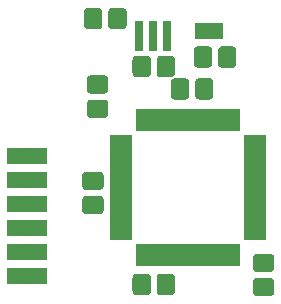
<source format=gts>
G04 #@! TF.GenerationSoftware,KiCad,Pcbnew,(5.1.4)-1*
G04 #@! TF.CreationDate,2020-07-27T08:05:22+02:00*
G04 #@! TF.ProjectId,HM-ES-PMSw1-Pl_GosundSP1,484d2d45-532d-4504-9d53-77312d506c5f,rev?*
G04 #@! TF.SameCoordinates,Original*
G04 #@! TF.FileFunction,Soldermask,Top*
G04 #@! TF.FilePolarity,Negative*
%FSLAX46Y46*%
G04 Gerber Fmt 4.6, Leading zero omitted, Abs format (unit mm)*
G04 Created by KiCad (PCBNEW (5.1.4)-1) date 2020-07-27 08:05:22*
%MOMM*%
%LPD*%
G04 APERTURE LIST*
%ADD10R,3.400000X1.416000*%
%ADD11C,0.100000*%
%ADD12C,1.550000*%
%ADD13R,0.950000X1.900000*%
%ADD14R,1.900000X0.950000*%
%ADD15R,0.800000X2.500000*%
%ADD16R,2.400000X1.400000*%
G04 APERTURE END LIST*
D10*
X97900080Y-105628080D03*
X97900080Y-107660080D03*
X97900080Y-103596080D03*
X97900080Y-101564080D03*
X97900080Y-99532080D03*
X97900080Y-97500080D03*
D11*
G36*
X104096151Y-100851703D02*
G01*
X104128861Y-100856555D01*
X104160937Y-100864589D01*
X104192071Y-100875729D01*
X104221964Y-100889867D01*
X104250327Y-100906867D01*
X104276887Y-100926565D01*
X104301388Y-100948772D01*
X104323595Y-100973273D01*
X104343293Y-100999833D01*
X104360293Y-101028196D01*
X104374431Y-101058089D01*
X104385571Y-101089223D01*
X104393605Y-101121299D01*
X104398457Y-101154009D01*
X104400080Y-101187036D01*
X104400080Y-102063124D01*
X104398457Y-102096151D01*
X104393605Y-102128861D01*
X104385571Y-102160937D01*
X104374431Y-102192071D01*
X104360293Y-102221964D01*
X104343293Y-102250327D01*
X104323595Y-102276887D01*
X104301388Y-102301388D01*
X104276887Y-102323595D01*
X104250327Y-102343293D01*
X104221964Y-102360293D01*
X104192071Y-102374431D01*
X104160937Y-102385571D01*
X104128861Y-102393605D01*
X104096151Y-102398457D01*
X104063124Y-102400080D01*
X102937036Y-102400080D01*
X102904009Y-102398457D01*
X102871299Y-102393605D01*
X102839223Y-102385571D01*
X102808089Y-102374431D01*
X102778196Y-102360293D01*
X102749833Y-102343293D01*
X102723273Y-102323595D01*
X102698772Y-102301388D01*
X102676565Y-102276887D01*
X102656867Y-102250327D01*
X102639867Y-102221964D01*
X102625729Y-102192071D01*
X102614589Y-102160937D01*
X102606555Y-102128861D01*
X102601703Y-102096151D01*
X102600080Y-102063124D01*
X102600080Y-101187036D01*
X102601703Y-101154009D01*
X102606555Y-101121299D01*
X102614589Y-101089223D01*
X102625729Y-101058089D01*
X102639867Y-101028196D01*
X102656867Y-100999833D01*
X102676565Y-100973273D01*
X102698772Y-100948772D01*
X102723273Y-100926565D01*
X102749833Y-100906867D01*
X102778196Y-100889867D01*
X102808089Y-100875729D01*
X102839223Y-100864589D01*
X102871299Y-100856555D01*
X102904009Y-100851703D01*
X102937036Y-100850080D01*
X104063124Y-100850080D01*
X104096151Y-100851703D01*
X104096151Y-100851703D01*
G37*
D12*
X103500080Y-101625080D03*
D11*
G36*
X104096151Y-98801703D02*
G01*
X104128861Y-98806555D01*
X104160937Y-98814589D01*
X104192071Y-98825729D01*
X104221964Y-98839867D01*
X104250327Y-98856867D01*
X104276887Y-98876565D01*
X104301388Y-98898772D01*
X104323595Y-98923273D01*
X104343293Y-98949833D01*
X104360293Y-98978196D01*
X104374431Y-99008089D01*
X104385571Y-99039223D01*
X104393605Y-99071299D01*
X104398457Y-99104009D01*
X104400080Y-99137036D01*
X104400080Y-100013124D01*
X104398457Y-100046151D01*
X104393605Y-100078861D01*
X104385571Y-100110937D01*
X104374431Y-100142071D01*
X104360293Y-100171964D01*
X104343293Y-100200327D01*
X104323595Y-100226887D01*
X104301388Y-100251388D01*
X104276887Y-100273595D01*
X104250327Y-100293293D01*
X104221964Y-100310293D01*
X104192071Y-100324431D01*
X104160937Y-100335571D01*
X104128861Y-100343605D01*
X104096151Y-100348457D01*
X104063124Y-100350080D01*
X102937036Y-100350080D01*
X102904009Y-100348457D01*
X102871299Y-100343605D01*
X102839223Y-100335571D01*
X102808089Y-100324431D01*
X102778196Y-100310293D01*
X102749833Y-100293293D01*
X102723273Y-100273595D01*
X102698772Y-100251388D01*
X102676565Y-100226887D01*
X102656867Y-100200327D01*
X102639867Y-100171964D01*
X102625729Y-100142071D01*
X102614589Y-100110937D01*
X102606555Y-100078861D01*
X102601703Y-100046151D01*
X102600080Y-100013124D01*
X102600080Y-99137036D01*
X102601703Y-99104009D01*
X102606555Y-99071299D01*
X102614589Y-99039223D01*
X102625729Y-99008089D01*
X102639867Y-98978196D01*
X102656867Y-98949833D01*
X102676565Y-98923273D01*
X102698772Y-98898772D01*
X102723273Y-98876565D01*
X102749833Y-98856867D01*
X102778196Y-98839867D01*
X102808089Y-98825729D01*
X102839223Y-98814589D01*
X102871299Y-98806555D01*
X102904009Y-98801703D01*
X102937036Y-98800080D01*
X104063124Y-98800080D01*
X104096151Y-98801703D01*
X104096151Y-98801703D01*
G37*
D12*
X103500080Y-99575080D03*
D11*
G36*
X111346151Y-90901703D02*
G01*
X111378861Y-90906555D01*
X111410937Y-90914589D01*
X111442071Y-90925729D01*
X111471964Y-90939867D01*
X111500327Y-90956867D01*
X111526887Y-90976565D01*
X111551388Y-90998772D01*
X111573595Y-91023273D01*
X111593293Y-91049833D01*
X111610293Y-91078196D01*
X111624431Y-91108089D01*
X111635571Y-91139223D01*
X111643605Y-91171299D01*
X111648457Y-91204009D01*
X111650080Y-91237036D01*
X111650080Y-92363124D01*
X111648457Y-92396151D01*
X111643605Y-92428861D01*
X111635571Y-92460937D01*
X111624431Y-92492071D01*
X111610293Y-92521964D01*
X111593293Y-92550327D01*
X111573595Y-92576887D01*
X111551388Y-92601388D01*
X111526887Y-92623595D01*
X111500327Y-92643293D01*
X111471964Y-92660293D01*
X111442071Y-92674431D01*
X111410937Y-92685571D01*
X111378861Y-92693605D01*
X111346151Y-92698457D01*
X111313124Y-92700080D01*
X110437036Y-92700080D01*
X110404009Y-92698457D01*
X110371299Y-92693605D01*
X110339223Y-92685571D01*
X110308089Y-92674431D01*
X110278196Y-92660293D01*
X110249833Y-92643293D01*
X110223273Y-92623595D01*
X110198772Y-92601388D01*
X110176565Y-92576887D01*
X110156867Y-92550327D01*
X110139867Y-92521964D01*
X110125729Y-92492071D01*
X110114589Y-92460937D01*
X110106555Y-92428861D01*
X110101703Y-92396151D01*
X110100080Y-92363124D01*
X110100080Y-91237036D01*
X110101703Y-91204009D01*
X110106555Y-91171299D01*
X110114589Y-91139223D01*
X110125729Y-91108089D01*
X110139867Y-91078196D01*
X110156867Y-91049833D01*
X110176565Y-91023273D01*
X110198772Y-90998772D01*
X110223273Y-90976565D01*
X110249833Y-90956867D01*
X110278196Y-90939867D01*
X110308089Y-90925729D01*
X110339223Y-90914589D01*
X110371299Y-90906555D01*
X110404009Y-90901703D01*
X110437036Y-90900080D01*
X111313124Y-90900080D01*
X111346151Y-90901703D01*
X111346151Y-90901703D01*
G37*
D12*
X110875080Y-91800080D03*
D11*
G36*
X113396151Y-90901703D02*
G01*
X113428861Y-90906555D01*
X113460937Y-90914589D01*
X113492071Y-90925729D01*
X113521964Y-90939867D01*
X113550327Y-90956867D01*
X113576887Y-90976565D01*
X113601388Y-90998772D01*
X113623595Y-91023273D01*
X113643293Y-91049833D01*
X113660293Y-91078196D01*
X113674431Y-91108089D01*
X113685571Y-91139223D01*
X113693605Y-91171299D01*
X113698457Y-91204009D01*
X113700080Y-91237036D01*
X113700080Y-92363124D01*
X113698457Y-92396151D01*
X113693605Y-92428861D01*
X113685571Y-92460937D01*
X113674431Y-92492071D01*
X113660293Y-92521964D01*
X113643293Y-92550327D01*
X113623595Y-92576887D01*
X113601388Y-92601388D01*
X113576887Y-92623595D01*
X113550327Y-92643293D01*
X113521964Y-92660293D01*
X113492071Y-92674431D01*
X113460937Y-92685571D01*
X113428861Y-92693605D01*
X113396151Y-92698457D01*
X113363124Y-92700080D01*
X112487036Y-92700080D01*
X112454009Y-92698457D01*
X112421299Y-92693605D01*
X112389223Y-92685571D01*
X112358089Y-92674431D01*
X112328196Y-92660293D01*
X112299833Y-92643293D01*
X112273273Y-92623595D01*
X112248772Y-92601388D01*
X112226565Y-92576887D01*
X112206867Y-92550327D01*
X112189867Y-92521964D01*
X112175729Y-92492071D01*
X112164589Y-92460937D01*
X112156555Y-92428861D01*
X112151703Y-92396151D01*
X112150080Y-92363124D01*
X112150080Y-91237036D01*
X112151703Y-91204009D01*
X112156555Y-91171299D01*
X112164589Y-91139223D01*
X112175729Y-91108089D01*
X112189867Y-91078196D01*
X112206867Y-91049833D01*
X112226565Y-91023273D01*
X112248772Y-90998772D01*
X112273273Y-90976565D01*
X112299833Y-90956867D01*
X112328196Y-90939867D01*
X112358089Y-90925729D01*
X112389223Y-90914589D01*
X112421299Y-90906555D01*
X112454009Y-90901703D01*
X112487036Y-90900080D01*
X113363124Y-90900080D01*
X113396151Y-90901703D01*
X113396151Y-90901703D01*
G37*
D12*
X112925080Y-91800080D03*
D11*
G36*
X108096151Y-89001703D02*
G01*
X108128861Y-89006555D01*
X108160937Y-89014589D01*
X108192071Y-89025729D01*
X108221964Y-89039867D01*
X108250327Y-89056867D01*
X108276887Y-89076565D01*
X108301388Y-89098772D01*
X108323595Y-89123273D01*
X108343293Y-89149833D01*
X108360293Y-89178196D01*
X108374431Y-89208089D01*
X108385571Y-89239223D01*
X108393605Y-89271299D01*
X108398457Y-89304009D01*
X108400080Y-89337036D01*
X108400080Y-90463124D01*
X108398457Y-90496151D01*
X108393605Y-90528861D01*
X108385571Y-90560937D01*
X108374431Y-90592071D01*
X108360293Y-90621964D01*
X108343293Y-90650327D01*
X108323595Y-90676887D01*
X108301388Y-90701388D01*
X108276887Y-90723595D01*
X108250327Y-90743293D01*
X108221964Y-90760293D01*
X108192071Y-90774431D01*
X108160937Y-90785571D01*
X108128861Y-90793605D01*
X108096151Y-90798457D01*
X108063124Y-90800080D01*
X107187036Y-90800080D01*
X107154009Y-90798457D01*
X107121299Y-90793605D01*
X107089223Y-90785571D01*
X107058089Y-90774431D01*
X107028196Y-90760293D01*
X106999833Y-90743293D01*
X106973273Y-90723595D01*
X106948772Y-90701388D01*
X106926565Y-90676887D01*
X106906867Y-90650327D01*
X106889867Y-90621964D01*
X106875729Y-90592071D01*
X106864589Y-90560937D01*
X106856555Y-90528861D01*
X106851703Y-90496151D01*
X106850080Y-90463124D01*
X106850080Y-89337036D01*
X106851703Y-89304009D01*
X106856555Y-89271299D01*
X106864589Y-89239223D01*
X106875729Y-89208089D01*
X106889867Y-89178196D01*
X106906867Y-89149833D01*
X106926565Y-89123273D01*
X106948772Y-89098772D01*
X106973273Y-89076565D01*
X106999833Y-89056867D01*
X107028196Y-89039867D01*
X107058089Y-89025729D01*
X107089223Y-89014589D01*
X107121299Y-89006555D01*
X107154009Y-89001703D01*
X107187036Y-89000080D01*
X108063124Y-89000080D01*
X108096151Y-89001703D01*
X108096151Y-89001703D01*
G37*
D12*
X107625080Y-89900080D03*
D11*
G36*
X110146151Y-89001703D02*
G01*
X110178861Y-89006555D01*
X110210937Y-89014589D01*
X110242071Y-89025729D01*
X110271964Y-89039867D01*
X110300327Y-89056867D01*
X110326887Y-89076565D01*
X110351388Y-89098772D01*
X110373595Y-89123273D01*
X110393293Y-89149833D01*
X110410293Y-89178196D01*
X110424431Y-89208089D01*
X110435571Y-89239223D01*
X110443605Y-89271299D01*
X110448457Y-89304009D01*
X110450080Y-89337036D01*
X110450080Y-90463124D01*
X110448457Y-90496151D01*
X110443605Y-90528861D01*
X110435571Y-90560937D01*
X110424431Y-90592071D01*
X110410293Y-90621964D01*
X110393293Y-90650327D01*
X110373595Y-90676887D01*
X110351388Y-90701388D01*
X110326887Y-90723595D01*
X110300327Y-90743293D01*
X110271964Y-90760293D01*
X110242071Y-90774431D01*
X110210937Y-90785571D01*
X110178861Y-90793605D01*
X110146151Y-90798457D01*
X110113124Y-90800080D01*
X109237036Y-90800080D01*
X109204009Y-90798457D01*
X109171299Y-90793605D01*
X109139223Y-90785571D01*
X109108089Y-90774431D01*
X109078196Y-90760293D01*
X109049833Y-90743293D01*
X109023273Y-90723595D01*
X108998772Y-90701388D01*
X108976565Y-90676887D01*
X108956867Y-90650327D01*
X108939867Y-90621964D01*
X108925729Y-90592071D01*
X108914589Y-90560937D01*
X108906555Y-90528861D01*
X108901703Y-90496151D01*
X108900080Y-90463124D01*
X108900080Y-89337036D01*
X108901703Y-89304009D01*
X108906555Y-89271299D01*
X108914589Y-89239223D01*
X108925729Y-89208089D01*
X108939867Y-89178196D01*
X108956867Y-89149833D01*
X108976565Y-89123273D01*
X108998772Y-89098772D01*
X109023273Y-89076565D01*
X109049833Y-89056867D01*
X109078196Y-89039867D01*
X109108089Y-89025729D01*
X109139223Y-89014589D01*
X109171299Y-89006555D01*
X109204009Y-89001703D01*
X109237036Y-89000080D01*
X110113124Y-89000080D01*
X110146151Y-89001703D01*
X110146151Y-89001703D01*
G37*
D12*
X109675080Y-89900080D03*
D11*
G36*
X115346151Y-88201703D02*
G01*
X115378861Y-88206555D01*
X115410937Y-88214589D01*
X115442071Y-88225729D01*
X115471964Y-88239867D01*
X115500327Y-88256867D01*
X115526887Y-88276565D01*
X115551388Y-88298772D01*
X115573595Y-88323273D01*
X115593293Y-88349833D01*
X115610293Y-88378196D01*
X115624431Y-88408089D01*
X115635571Y-88439223D01*
X115643605Y-88471299D01*
X115648457Y-88504009D01*
X115650080Y-88537036D01*
X115650080Y-89663124D01*
X115648457Y-89696151D01*
X115643605Y-89728861D01*
X115635571Y-89760937D01*
X115624431Y-89792071D01*
X115610293Y-89821964D01*
X115593293Y-89850327D01*
X115573595Y-89876887D01*
X115551388Y-89901388D01*
X115526887Y-89923595D01*
X115500327Y-89943293D01*
X115471964Y-89960293D01*
X115442071Y-89974431D01*
X115410937Y-89985571D01*
X115378861Y-89993605D01*
X115346151Y-89998457D01*
X115313124Y-90000080D01*
X114437036Y-90000080D01*
X114404009Y-89998457D01*
X114371299Y-89993605D01*
X114339223Y-89985571D01*
X114308089Y-89974431D01*
X114278196Y-89960293D01*
X114249833Y-89943293D01*
X114223273Y-89923595D01*
X114198772Y-89901388D01*
X114176565Y-89876887D01*
X114156867Y-89850327D01*
X114139867Y-89821964D01*
X114125729Y-89792071D01*
X114114589Y-89760937D01*
X114106555Y-89728861D01*
X114101703Y-89696151D01*
X114100080Y-89663124D01*
X114100080Y-88537036D01*
X114101703Y-88504009D01*
X114106555Y-88471299D01*
X114114589Y-88439223D01*
X114125729Y-88408089D01*
X114139867Y-88378196D01*
X114156867Y-88349833D01*
X114176565Y-88323273D01*
X114198772Y-88298772D01*
X114223273Y-88276565D01*
X114249833Y-88256867D01*
X114278196Y-88239867D01*
X114308089Y-88225729D01*
X114339223Y-88214589D01*
X114371299Y-88206555D01*
X114404009Y-88201703D01*
X114437036Y-88200080D01*
X115313124Y-88200080D01*
X115346151Y-88201703D01*
X115346151Y-88201703D01*
G37*
D12*
X114875080Y-89100080D03*
D11*
G36*
X113296151Y-88201703D02*
G01*
X113328861Y-88206555D01*
X113360937Y-88214589D01*
X113392071Y-88225729D01*
X113421964Y-88239867D01*
X113450327Y-88256867D01*
X113476887Y-88276565D01*
X113501388Y-88298772D01*
X113523595Y-88323273D01*
X113543293Y-88349833D01*
X113560293Y-88378196D01*
X113574431Y-88408089D01*
X113585571Y-88439223D01*
X113593605Y-88471299D01*
X113598457Y-88504009D01*
X113600080Y-88537036D01*
X113600080Y-89663124D01*
X113598457Y-89696151D01*
X113593605Y-89728861D01*
X113585571Y-89760937D01*
X113574431Y-89792071D01*
X113560293Y-89821964D01*
X113543293Y-89850327D01*
X113523595Y-89876887D01*
X113501388Y-89901388D01*
X113476887Y-89923595D01*
X113450327Y-89943293D01*
X113421964Y-89960293D01*
X113392071Y-89974431D01*
X113360937Y-89985571D01*
X113328861Y-89993605D01*
X113296151Y-89998457D01*
X113263124Y-90000080D01*
X112387036Y-90000080D01*
X112354009Y-89998457D01*
X112321299Y-89993605D01*
X112289223Y-89985571D01*
X112258089Y-89974431D01*
X112228196Y-89960293D01*
X112199833Y-89943293D01*
X112173273Y-89923595D01*
X112148772Y-89901388D01*
X112126565Y-89876887D01*
X112106867Y-89850327D01*
X112089867Y-89821964D01*
X112075729Y-89792071D01*
X112064589Y-89760937D01*
X112056555Y-89728861D01*
X112051703Y-89696151D01*
X112050080Y-89663124D01*
X112050080Y-88537036D01*
X112051703Y-88504009D01*
X112056555Y-88471299D01*
X112064589Y-88439223D01*
X112075729Y-88408089D01*
X112089867Y-88378196D01*
X112106867Y-88349833D01*
X112126565Y-88323273D01*
X112148772Y-88298772D01*
X112173273Y-88276565D01*
X112199833Y-88256867D01*
X112228196Y-88239867D01*
X112258089Y-88225729D01*
X112289223Y-88214589D01*
X112321299Y-88206555D01*
X112354009Y-88201703D01*
X112387036Y-88200080D01*
X113263124Y-88200080D01*
X113296151Y-88201703D01*
X113296151Y-88201703D01*
G37*
D12*
X112825080Y-89100080D03*
D11*
G36*
X106046151Y-84951703D02*
G01*
X106078861Y-84956555D01*
X106110937Y-84964589D01*
X106142071Y-84975729D01*
X106171964Y-84989867D01*
X106200327Y-85006867D01*
X106226887Y-85026565D01*
X106251388Y-85048772D01*
X106273595Y-85073273D01*
X106293293Y-85099833D01*
X106310293Y-85128196D01*
X106324431Y-85158089D01*
X106335571Y-85189223D01*
X106343605Y-85221299D01*
X106348457Y-85254009D01*
X106350080Y-85287036D01*
X106350080Y-86413124D01*
X106348457Y-86446151D01*
X106343605Y-86478861D01*
X106335571Y-86510937D01*
X106324431Y-86542071D01*
X106310293Y-86571964D01*
X106293293Y-86600327D01*
X106273595Y-86626887D01*
X106251388Y-86651388D01*
X106226887Y-86673595D01*
X106200327Y-86693293D01*
X106171964Y-86710293D01*
X106142071Y-86724431D01*
X106110937Y-86735571D01*
X106078861Y-86743605D01*
X106046151Y-86748457D01*
X106013124Y-86750080D01*
X105137036Y-86750080D01*
X105104009Y-86748457D01*
X105071299Y-86743605D01*
X105039223Y-86735571D01*
X105008089Y-86724431D01*
X104978196Y-86710293D01*
X104949833Y-86693293D01*
X104923273Y-86673595D01*
X104898772Y-86651388D01*
X104876565Y-86626887D01*
X104856867Y-86600327D01*
X104839867Y-86571964D01*
X104825729Y-86542071D01*
X104814589Y-86510937D01*
X104806555Y-86478861D01*
X104801703Y-86446151D01*
X104800080Y-86413124D01*
X104800080Y-85287036D01*
X104801703Y-85254009D01*
X104806555Y-85221299D01*
X104814589Y-85189223D01*
X104825729Y-85158089D01*
X104839867Y-85128196D01*
X104856867Y-85099833D01*
X104876565Y-85073273D01*
X104898772Y-85048772D01*
X104923273Y-85026565D01*
X104949833Y-85006867D01*
X104978196Y-84989867D01*
X105008089Y-84975729D01*
X105039223Y-84964589D01*
X105071299Y-84956555D01*
X105104009Y-84951703D01*
X105137036Y-84950080D01*
X106013124Y-84950080D01*
X106046151Y-84951703D01*
X106046151Y-84951703D01*
G37*
D12*
X105575080Y-85850080D03*
D11*
G36*
X103996151Y-84951703D02*
G01*
X104028861Y-84956555D01*
X104060937Y-84964589D01*
X104092071Y-84975729D01*
X104121964Y-84989867D01*
X104150327Y-85006867D01*
X104176887Y-85026565D01*
X104201388Y-85048772D01*
X104223595Y-85073273D01*
X104243293Y-85099833D01*
X104260293Y-85128196D01*
X104274431Y-85158089D01*
X104285571Y-85189223D01*
X104293605Y-85221299D01*
X104298457Y-85254009D01*
X104300080Y-85287036D01*
X104300080Y-86413124D01*
X104298457Y-86446151D01*
X104293605Y-86478861D01*
X104285571Y-86510937D01*
X104274431Y-86542071D01*
X104260293Y-86571964D01*
X104243293Y-86600327D01*
X104223595Y-86626887D01*
X104201388Y-86651388D01*
X104176887Y-86673595D01*
X104150327Y-86693293D01*
X104121964Y-86710293D01*
X104092071Y-86724431D01*
X104060937Y-86735571D01*
X104028861Y-86743605D01*
X103996151Y-86748457D01*
X103963124Y-86750080D01*
X103087036Y-86750080D01*
X103054009Y-86748457D01*
X103021299Y-86743605D01*
X102989223Y-86735571D01*
X102958089Y-86724431D01*
X102928196Y-86710293D01*
X102899833Y-86693293D01*
X102873273Y-86673595D01*
X102848772Y-86651388D01*
X102826565Y-86626887D01*
X102806867Y-86600327D01*
X102789867Y-86571964D01*
X102775729Y-86542071D01*
X102764589Y-86510937D01*
X102756555Y-86478861D01*
X102751703Y-86446151D01*
X102750080Y-86413124D01*
X102750080Y-85287036D01*
X102751703Y-85254009D01*
X102756555Y-85221299D01*
X102764589Y-85189223D01*
X102775729Y-85158089D01*
X102789867Y-85128196D01*
X102806867Y-85099833D01*
X102826565Y-85073273D01*
X102848772Y-85048772D01*
X102873273Y-85026565D01*
X102899833Y-85006867D01*
X102928196Y-84989867D01*
X102958089Y-84975729D01*
X102989223Y-84964589D01*
X103021299Y-84956555D01*
X103054009Y-84951703D01*
X103087036Y-84950080D01*
X103963124Y-84950080D01*
X103996151Y-84951703D01*
X103996151Y-84951703D01*
G37*
D12*
X103525080Y-85850080D03*
D11*
G36*
X118546151Y-107801703D02*
G01*
X118578861Y-107806555D01*
X118610937Y-107814589D01*
X118642071Y-107825729D01*
X118671964Y-107839867D01*
X118700327Y-107856867D01*
X118726887Y-107876565D01*
X118751388Y-107898772D01*
X118773595Y-107923273D01*
X118793293Y-107949833D01*
X118810293Y-107978196D01*
X118824431Y-108008089D01*
X118835571Y-108039223D01*
X118843605Y-108071299D01*
X118848457Y-108104009D01*
X118850080Y-108137036D01*
X118850080Y-109013124D01*
X118848457Y-109046151D01*
X118843605Y-109078861D01*
X118835571Y-109110937D01*
X118824431Y-109142071D01*
X118810293Y-109171964D01*
X118793293Y-109200327D01*
X118773595Y-109226887D01*
X118751388Y-109251388D01*
X118726887Y-109273595D01*
X118700327Y-109293293D01*
X118671964Y-109310293D01*
X118642071Y-109324431D01*
X118610937Y-109335571D01*
X118578861Y-109343605D01*
X118546151Y-109348457D01*
X118513124Y-109350080D01*
X117387036Y-109350080D01*
X117354009Y-109348457D01*
X117321299Y-109343605D01*
X117289223Y-109335571D01*
X117258089Y-109324431D01*
X117228196Y-109310293D01*
X117199833Y-109293293D01*
X117173273Y-109273595D01*
X117148772Y-109251388D01*
X117126565Y-109226887D01*
X117106867Y-109200327D01*
X117089867Y-109171964D01*
X117075729Y-109142071D01*
X117064589Y-109110937D01*
X117056555Y-109078861D01*
X117051703Y-109046151D01*
X117050080Y-109013124D01*
X117050080Y-108137036D01*
X117051703Y-108104009D01*
X117056555Y-108071299D01*
X117064589Y-108039223D01*
X117075729Y-108008089D01*
X117089867Y-107978196D01*
X117106867Y-107949833D01*
X117126565Y-107923273D01*
X117148772Y-107898772D01*
X117173273Y-107876565D01*
X117199833Y-107856867D01*
X117228196Y-107839867D01*
X117258089Y-107825729D01*
X117289223Y-107814589D01*
X117321299Y-107806555D01*
X117354009Y-107801703D01*
X117387036Y-107800080D01*
X118513124Y-107800080D01*
X118546151Y-107801703D01*
X118546151Y-107801703D01*
G37*
D12*
X117950080Y-108575080D03*
D11*
G36*
X118546151Y-105751703D02*
G01*
X118578861Y-105756555D01*
X118610937Y-105764589D01*
X118642071Y-105775729D01*
X118671964Y-105789867D01*
X118700327Y-105806867D01*
X118726887Y-105826565D01*
X118751388Y-105848772D01*
X118773595Y-105873273D01*
X118793293Y-105899833D01*
X118810293Y-105928196D01*
X118824431Y-105958089D01*
X118835571Y-105989223D01*
X118843605Y-106021299D01*
X118848457Y-106054009D01*
X118850080Y-106087036D01*
X118850080Y-106963124D01*
X118848457Y-106996151D01*
X118843605Y-107028861D01*
X118835571Y-107060937D01*
X118824431Y-107092071D01*
X118810293Y-107121964D01*
X118793293Y-107150327D01*
X118773595Y-107176887D01*
X118751388Y-107201388D01*
X118726887Y-107223595D01*
X118700327Y-107243293D01*
X118671964Y-107260293D01*
X118642071Y-107274431D01*
X118610937Y-107285571D01*
X118578861Y-107293605D01*
X118546151Y-107298457D01*
X118513124Y-107300080D01*
X117387036Y-107300080D01*
X117354009Y-107298457D01*
X117321299Y-107293605D01*
X117289223Y-107285571D01*
X117258089Y-107274431D01*
X117228196Y-107260293D01*
X117199833Y-107243293D01*
X117173273Y-107223595D01*
X117148772Y-107201388D01*
X117126565Y-107176887D01*
X117106867Y-107150327D01*
X117089867Y-107121964D01*
X117075729Y-107092071D01*
X117064589Y-107060937D01*
X117056555Y-107028861D01*
X117051703Y-106996151D01*
X117050080Y-106963124D01*
X117050080Y-106087036D01*
X117051703Y-106054009D01*
X117056555Y-106021299D01*
X117064589Y-105989223D01*
X117075729Y-105958089D01*
X117089867Y-105928196D01*
X117106867Y-105899833D01*
X117126565Y-105873273D01*
X117148772Y-105848772D01*
X117173273Y-105826565D01*
X117199833Y-105806867D01*
X117228196Y-105789867D01*
X117258089Y-105775729D01*
X117289223Y-105764589D01*
X117321299Y-105756555D01*
X117354009Y-105751703D01*
X117387036Y-105750080D01*
X118513124Y-105750080D01*
X118546151Y-105751703D01*
X118546151Y-105751703D01*
G37*
D12*
X117950080Y-106525080D03*
D11*
G36*
X110146151Y-107451703D02*
G01*
X110178861Y-107456555D01*
X110210937Y-107464589D01*
X110242071Y-107475729D01*
X110271964Y-107489867D01*
X110300327Y-107506867D01*
X110326887Y-107526565D01*
X110351388Y-107548772D01*
X110373595Y-107573273D01*
X110393293Y-107599833D01*
X110410293Y-107628196D01*
X110424431Y-107658089D01*
X110435571Y-107689223D01*
X110443605Y-107721299D01*
X110448457Y-107754009D01*
X110450080Y-107787036D01*
X110450080Y-108913124D01*
X110448457Y-108946151D01*
X110443605Y-108978861D01*
X110435571Y-109010937D01*
X110424431Y-109042071D01*
X110410293Y-109071964D01*
X110393293Y-109100327D01*
X110373595Y-109126887D01*
X110351388Y-109151388D01*
X110326887Y-109173595D01*
X110300327Y-109193293D01*
X110271964Y-109210293D01*
X110242071Y-109224431D01*
X110210937Y-109235571D01*
X110178861Y-109243605D01*
X110146151Y-109248457D01*
X110113124Y-109250080D01*
X109237036Y-109250080D01*
X109204009Y-109248457D01*
X109171299Y-109243605D01*
X109139223Y-109235571D01*
X109108089Y-109224431D01*
X109078196Y-109210293D01*
X109049833Y-109193293D01*
X109023273Y-109173595D01*
X108998772Y-109151388D01*
X108976565Y-109126887D01*
X108956867Y-109100327D01*
X108939867Y-109071964D01*
X108925729Y-109042071D01*
X108914589Y-109010937D01*
X108906555Y-108978861D01*
X108901703Y-108946151D01*
X108900080Y-108913124D01*
X108900080Y-107787036D01*
X108901703Y-107754009D01*
X108906555Y-107721299D01*
X108914589Y-107689223D01*
X108925729Y-107658089D01*
X108939867Y-107628196D01*
X108956867Y-107599833D01*
X108976565Y-107573273D01*
X108998772Y-107548772D01*
X109023273Y-107526565D01*
X109049833Y-107506867D01*
X109078196Y-107489867D01*
X109108089Y-107475729D01*
X109139223Y-107464589D01*
X109171299Y-107456555D01*
X109204009Y-107451703D01*
X109237036Y-107450080D01*
X110113124Y-107450080D01*
X110146151Y-107451703D01*
X110146151Y-107451703D01*
G37*
D12*
X109675080Y-108350080D03*
D11*
G36*
X108096151Y-107451703D02*
G01*
X108128861Y-107456555D01*
X108160937Y-107464589D01*
X108192071Y-107475729D01*
X108221964Y-107489867D01*
X108250327Y-107506867D01*
X108276887Y-107526565D01*
X108301388Y-107548772D01*
X108323595Y-107573273D01*
X108343293Y-107599833D01*
X108360293Y-107628196D01*
X108374431Y-107658089D01*
X108385571Y-107689223D01*
X108393605Y-107721299D01*
X108398457Y-107754009D01*
X108400080Y-107787036D01*
X108400080Y-108913124D01*
X108398457Y-108946151D01*
X108393605Y-108978861D01*
X108385571Y-109010937D01*
X108374431Y-109042071D01*
X108360293Y-109071964D01*
X108343293Y-109100327D01*
X108323595Y-109126887D01*
X108301388Y-109151388D01*
X108276887Y-109173595D01*
X108250327Y-109193293D01*
X108221964Y-109210293D01*
X108192071Y-109224431D01*
X108160937Y-109235571D01*
X108128861Y-109243605D01*
X108096151Y-109248457D01*
X108063124Y-109250080D01*
X107187036Y-109250080D01*
X107154009Y-109248457D01*
X107121299Y-109243605D01*
X107089223Y-109235571D01*
X107058089Y-109224431D01*
X107028196Y-109210293D01*
X106999833Y-109193293D01*
X106973273Y-109173595D01*
X106948772Y-109151388D01*
X106926565Y-109126887D01*
X106906867Y-109100327D01*
X106889867Y-109071964D01*
X106875729Y-109042071D01*
X106864589Y-109010937D01*
X106856555Y-108978861D01*
X106851703Y-108946151D01*
X106850080Y-108913124D01*
X106850080Y-107787036D01*
X106851703Y-107754009D01*
X106856555Y-107721299D01*
X106864589Y-107689223D01*
X106875729Y-107658089D01*
X106889867Y-107628196D01*
X106906867Y-107599833D01*
X106926565Y-107573273D01*
X106948772Y-107548772D01*
X106973273Y-107526565D01*
X106999833Y-107506867D01*
X107028196Y-107489867D01*
X107058089Y-107475729D01*
X107089223Y-107464589D01*
X107121299Y-107456555D01*
X107154009Y-107451703D01*
X107187036Y-107450080D01*
X108063124Y-107450080D01*
X108096151Y-107451703D01*
X108096151Y-107451703D01*
G37*
D12*
X107625080Y-108350080D03*
D11*
G36*
X104496151Y-90651703D02*
G01*
X104528861Y-90656555D01*
X104560937Y-90664589D01*
X104592071Y-90675729D01*
X104621964Y-90689867D01*
X104650327Y-90706867D01*
X104676887Y-90726565D01*
X104701388Y-90748772D01*
X104723595Y-90773273D01*
X104743293Y-90799833D01*
X104760293Y-90828196D01*
X104774431Y-90858089D01*
X104785571Y-90889223D01*
X104793605Y-90921299D01*
X104798457Y-90954009D01*
X104800080Y-90987036D01*
X104800080Y-91863124D01*
X104798457Y-91896151D01*
X104793605Y-91928861D01*
X104785571Y-91960937D01*
X104774431Y-91992071D01*
X104760293Y-92021964D01*
X104743293Y-92050327D01*
X104723595Y-92076887D01*
X104701388Y-92101388D01*
X104676887Y-92123595D01*
X104650327Y-92143293D01*
X104621964Y-92160293D01*
X104592071Y-92174431D01*
X104560937Y-92185571D01*
X104528861Y-92193605D01*
X104496151Y-92198457D01*
X104463124Y-92200080D01*
X103337036Y-92200080D01*
X103304009Y-92198457D01*
X103271299Y-92193605D01*
X103239223Y-92185571D01*
X103208089Y-92174431D01*
X103178196Y-92160293D01*
X103149833Y-92143293D01*
X103123273Y-92123595D01*
X103098772Y-92101388D01*
X103076565Y-92076887D01*
X103056867Y-92050327D01*
X103039867Y-92021964D01*
X103025729Y-91992071D01*
X103014589Y-91960937D01*
X103006555Y-91928861D01*
X103001703Y-91896151D01*
X103000080Y-91863124D01*
X103000080Y-90987036D01*
X103001703Y-90954009D01*
X103006555Y-90921299D01*
X103014589Y-90889223D01*
X103025729Y-90858089D01*
X103039867Y-90828196D01*
X103056867Y-90799833D01*
X103076565Y-90773273D01*
X103098772Y-90748772D01*
X103123273Y-90726565D01*
X103149833Y-90706867D01*
X103178196Y-90689867D01*
X103208089Y-90675729D01*
X103239223Y-90664589D01*
X103271299Y-90656555D01*
X103304009Y-90651703D01*
X103337036Y-90650080D01*
X104463124Y-90650080D01*
X104496151Y-90651703D01*
X104496151Y-90651703D01*
G37*
D12*
X103900080Y-91425080D03*
D11*
G36*
X104496151Y-92701703D02*
G01*
X104528861Y-92706555D01*
X104560937Y-92714589D01*
X104592071Y-92725729D01*
X104621964Y-92739867D01*
X104650327Y-92756867D01*
X104676887Y-92776565D01*
X104701388Y-92798772D01*
X104723595Y-92823273D01*
X104743293Y-92849833D01*
X104760293Y-92878196D01*
X104774431Y-92908089D01*
X104785571Y-92939223D01*
X104793605Y-92971299D01*
X104798457Y-93004009D01*
X104800080Y-93037036D01*
X104800080Y-93913124D01*
X104798457Y-93946151D01*
X104793605Y-93978861D01*
X104785571Y-94010937D01*
X104774431Y-94042071D01*
X104760293Y-94071964D01*
X104743293Y-94100327D01*
X104723595Y-94126887D01*
X104701388Y-94151388D01*
X104676887Y-94173595D01*
X104650327Y-94193293D01*
X104621964Y-94210293D01*
X104592071Y-94224431D01*
X104560937Y-94235571D01*
X104528861Y-94243605D01*
X104496151Y-94248457D01*
X104463124Y-94250080D01*
X103337036Y-94250080D01*
X103304009Y-94248457D01*
X103271299Y-94243605D01*
X103239223Y-94235571D01*
X103208089Y-94224431D01*
X103178196Y-94210293D01*
X103149833Y-94193293D01*
X103123273Y-94173595D01*
X103098772Y-94151388D01*
X103076565Y-94126887D01*
X103056867Y-94100327D01*
X103039867Y-94071964D01*
X103025729Y-94042071D01*
X103014589Y-94010937D01*
X103006555Y-93978861D01*
X103001703Y-93946151D01*
X103000080Y-93913124D01*
X103000080Y-93037036D01*
X103001703Y-93004009D01*
X103006555Y-92971299D01*
X103014589Y-92939223D01*
X103025729Y-92908089D01*
X103039867Y-92878196D01*
X103056867Y-92849833D01*
X103076565Y-92823273D01*
X103098772Y-92798772D01*
X103123273Y-92776565D01*
X103149833Y-92756867D01*
X103178196Y-92739867D01*
X103208089Y-92725729D01*
X103239223Y-92714589D01*
X103271299Y-92706555D01*
X103304009Y-92701703D01*
X103337036Y-92700080D01*
X104463124Y-92700080D01*
X104496151Y-92701703D01*
X104496151Y-92701703D01*
G37*
D12*
X103900080Y-93475080D03*
D13*
X115550080Y-94450080D03*
X114750080Y-94450080D03*
X113950080Y-94450080D03*
X113150080Y-94450080D03*
X112350080Y-94450080D03*
X111550080Y-94450080D03*
X110750080Y-94450080D03*
X109950080Y-94450080D03*
X109150080Y-94450080D03*
X108350080Y-94450080D03*
X107550080Y-94450080D03*
D14*
X105850080Y-96150080D03*
X105850080Y-96950080D03*
X105850080Y-97750080D03*
X105850080Y-98550080D03*
X105850080Y-99350080D03*
X105850080Y-100150080D03*
X105850080Y-100950080D03*
X105850080Y-101750080D03*
X105850080Y-102550080D03*
X105850080Y-103350080D03*
X105850080Y-104150080D03*
D13*
X107550080Y-105850080D03*
X108350080Y-105850080D03*
X109150080Y-105850080D03*
X109950080Y-105850080D03*
X110750080Y-105850080D03*
X111550080Y-105850080D03*
X112350080Y-105850080D03*
X113150080Y-105850080D03*
X113950080Y-105850080D03*
X114750080Y-105850080D03*
X115550080Y-105850080D03*
D14*
X117250080Y-104150080D03*
X117250080Y-103350080D03*
X117250080Y-102550080D03*
X117250080Y-101750080D03*
X117250080Y-100950080D03*
X117250080Y-100150080D03*
X117250080Y-99350080D03*
X117250080Y-98550080D03*
X117250080Y-97750080D03*
X117250080Y-96950080D03*
X117250080Y-96150080D03*
D15*
X109800080Y-87350080D03*
X108600080Y-87350080D03*
X107400080Y-87350080D03*
D16*
X113300080Y-86900080D03*
M02*

</source>
